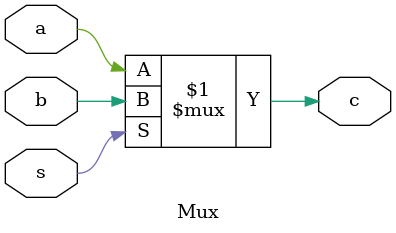
<source format=v>
`timescale 1ns/1ns
module Mux(s, a, b, c );
	parameter n = 1;
	input s;
	input[n-1:0] a,b;
	output[n-1:0] c;	

	assign c = s ? b : a;
endmodule
</source>
